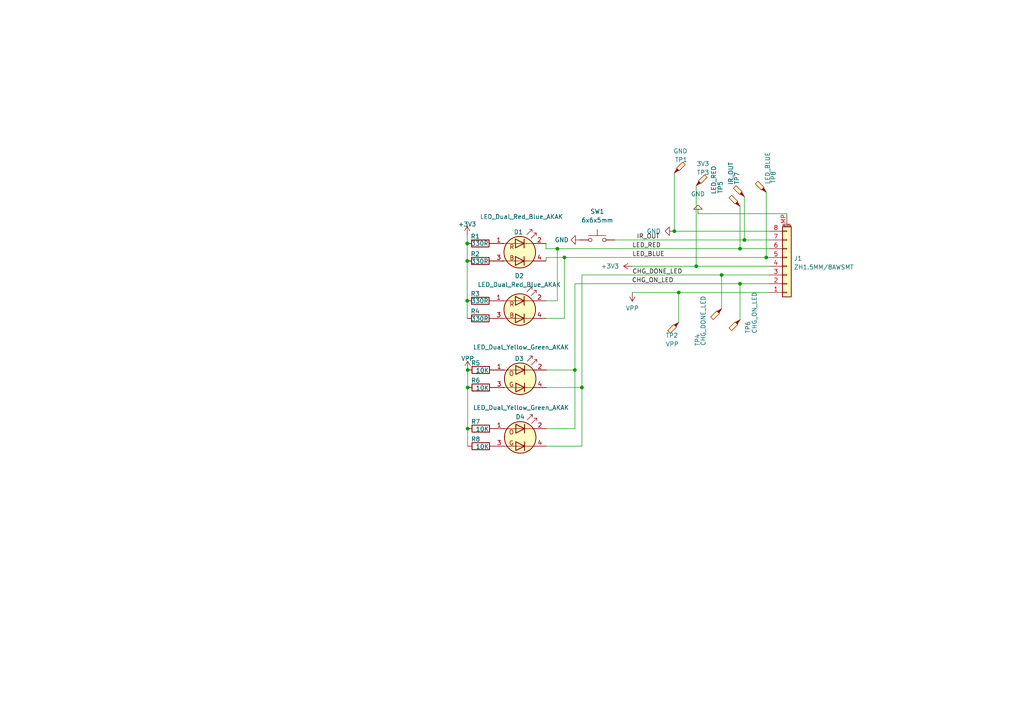
<source format=kicad_sch>
(kicad_sch (version 20230121) (generator eeschema)
  (paper "A4")
  (title_block (title "ECS-01-Switch") (date "2022-09-13") (rev "V0.1") (company "Timye"))
  (lib_symbols
    (symbol "Connector:TestPoint_Probe" (pin_numbers hide) (pin_names (offset 0.762) hide)
      (property "Reference" "TP" (at 1.651 5.842 0))
      (property "Value" "TestPoint_Probe" (at 1.651 4.064 0))
      (symbol "TestPoint_Probe_0_1"
        (polyline (pts (xy 1.27 0.762) (xy 0 0) (xy 0.762 1.27) (xy 1.27 0.762)) (fill (type outline)))
        (polyline (pts (xy 1.397 0.635) (xy 0.635 1.397) (xy 2.413 3.175) (xy 3.175 2.413) (xy 1.397 0.635)) (fill (type background)))
      )
      (symbol "TestPoint_Probe_1_1"
        (pin passive line (at 0 0 90) (length 0) (name "1") (number "1"))
      )
    )
    (symbol "Connector_Generic_MountingPin:Conn_01x08_MountingPin" (pin_names (offset 1.016) hide)
      (property "Reference" "J" (at 0 10.16 0))
      (property "Value" "Conn_01x08_MountingPin" (at 1.27 -12.7 0))
      (symbol "Conn_01x08_MountingPin_1_1"
        (rectangle (start -1.27 -10.033) (end 0 -10.287) (stroke (width 0.1524)))
        (rectangle (start -1.27 -7.493) (end 0 -7.747) (stroke (width 0.1524)))
        (rectangle (start -1.27 -4.953) (end 0 -5.207) (stroke (width 0.1524)))
        (rectangle (start -1.27 -2.413) (end 0 -2.667) (stroke (width 0.1524)))
        (rectangle (start -1.27 0.127) (end 0 -0.127) (stroke (width 0.1524)))
        (rectangle (start -1.27 2.667) (end 0 2.413) (stroke (width 0.1524)))
        (rectangle (start -1.27 5.207) (end 0 4.953) (stroke (width 0.1524)))
        (rectangle (start -1.27 7.747) (end 0 7.493) (stroke (width 0.1524)))
        (rectangle (start -1.27 8.89) (end 1.27 -11.43) (stroke (width 0.254)) (fill (type background)))
        (polyline (pts (xy -1.016 -12.192) (xy 1.016 -12.192)) (stroke (width 0.1524)))
        (text "Mounting" (at 0 -11.811 0) (effects (font (size 0.381 0.381))))
        (pin passive line (at -5.08 7.62 0) (length 3.81) (name "Pin_1") (number "1"))
        (pin passive line (at -5.08 5.08 0) (length 3.81) (name "Pin_2") (number "2"))
        (pin passive line (at -5.08 2.54 0) (length 3.81) (name "Pin_3") (number "3"))
        (pin passive line (at -5.08 0 0) (length 3.81) (name "Pin_4") (number "4"))
        (pin passive line (at -5.08 -2.54 0) (length 3.81) (name "Pin_5") (number "5"))
        (pin passive line (at -5.08 -5.08 0) (length 3.81) (name "Pin_6") (number "6"))
        (pin passive line (at -5.08 -7.62 0) (length 3.81) (name "Pin_7") (number "7"))
        (pin passive line (at -5.08 -10.16 0) (length 3.81) (name "Pin_8") (number "8"))
        (pin passive line (at 0 -15.24 90) (length 3.048) (name "MountPin") (number "MP"))
      )
    )
    (symbol "Device:R" (pin_numbers hide) (pin_names (offset 0))
      (property "Reference" "R" (at 2.032 0 90))
      (property "Value" "R" (at 0 0 90))
      (symbol "R_0_1"
        (rectangle (start -1.016 -2.54) (end 1.016 2.54) (stroke (width 0.254)))
      )
      (symbol "R_1_1"
        (pin passive line (at 0 3.81 270) (length 1.27) (name "~") (number "1"))
        (pin passive line (at 0 -3.81 90) (length 1.27) (name "~") (number "2"))
      )
    )
    (symbol "Ovo_Device:LED_Dual_Orange_Green_AKAK" (pin_names (offset 0) hide)
      (property "Reference" "D3" (at -13.97 -6.35 0))
      (property "Value" "LED_Dual_Orange_Green_AKAK" (at 0 -6.35 0))
      (symbol "LED_Dual_Orange_Green_AKAK_0_0"
        (text "G" (at -2.54 -1.651 0) (effects (font (size 1.27 1.27))))
        (text "O" (at -2.54 1.524 0) (effects (font (size 1.27 1.27))))
      )
      (symbol "LED_Dual_Orange_Green_AKAK_0_1"
        (polyline (pts (xy -5.08 -2.54) (xy 2.032 -2.54)))
        (polyline (pts (xy -5.08 2.54) (xy 2.032 2.54)))
        (polyline (pts (xy 1.27 -1.27) (xy 1.27 -3.81)) (stroke (width 0.254)))
        (polyline (pts (xy 1.27 3.81) (xy 1.27 1.27)) (stroke (width 0.254)))
        (polyline (pts (xy 3.81 -2.54) (xy 1.905 -2.54)))
        (polyline (pts (xy 3.81 2.54) (xy 1.905 2.54)))
        (polyline (pts (xy -1.27 -1.27) (xy -1.27 -3.81) (xy 1.27 -2.54) (xy -1.27 -1.27)) (stroke (width 0.254)))
        (polyline (pts (xy -1.27 3.81) (xy -1.27 1.27) (xy 1.27 2.54) (xy -1.27 3.81)) (stroke (width 0.254)))
        (polyline (pts (xy 2.032 5.08) (xy 3.556 6.604) (xy 2.794 6.604) (xy 3.556 6.604) (xy 3.556 5.842)))
        (polyline (pts (xy 3.302 4.064) (xy 4.826 5.588) (xy 4.064 5.588) (xy 4.826 5.588) (xy 4.826 4.826)))
        (circle (center 0 0) (radius 4.572) (stroke (width 0.254)) (fill (type background)))
      )
      (symbol "LED_Dual_Orange_Green_AKAK_1_1"
        (pin input line (at -7.62 2.54 0) (length 3.048) (name "A1") (number "1"))
        (pin input line (at 7.62 2.54 180) (length 3.81) (name "K1") (number "2"))
        (pin input line (at -7.62 -2.54 0) (length 3.048) (name "A2") (number "3"))
        (pin input line (at 7.62 -2.54 180) (length 3.81) (name "K2") (number "4"))
      )
    )
    (symbol "Ovo_Device:LED_Dual_Red_Blue_AKAK" (pin_names (offset 0) hide)
      (property "Reference" "D2" (at -11.43 -5.08 0))
      (property "Value" "LED_Dual_Red_Blue_AKAK" (at 0 -5.08 0))
      (symbol "LED_Dual_Red_Blue_AKAK_0_0"
        (text "B" (at -2.286 -1.651 0) (effects (font (size 1.27 1.27))))
        (text "R" (at -2.286 1.524 0) (effects (font (size 1.27 1.27))))
      )
      (symbol "LED_Dual_Red_Blue_AKAK_0_1"
        (polyline (pts (xy -5.08 -2.54) (xy 2.032 -2.54)))
        (polyline (pts (xy -5.08 2.54) (xy 2.032 2.54)))
        (polyline (pts (xy 1.27 -1.27) (xy 1.27 -3.81)) (stroke (width 0.254)))
        (polyline (pts (xy 1.27 3.81) (xy 1.27 1.27)) (stroke (width 0.254)))
        (polyline (pts (xy 3.81 -2.54) (xy 1.905 -2.54)))
        (polyline (pts (xy 3.81 2.54) (xy 1.905 2.54)))
        (polyline (pts (xy -1.27 -1.27) (xy -1.27 -3.81) (xy 1.27 -2.54) (xy -1.27 -1.27)) (stroke (width 0.254)))
        (polyline (pts (xy -1.27 3.81) (xy -1.27 1.27) (xy 1.27 2.54) (xy -1.27 3.81)) (stroke (width 0.254)))
        (polyline (pts (xy 2.032 5.08) (xy 3.556 6.604) (xy 2.794 6.604) (xy 3.556 6.604) (xy 3.556 5.842)))
        (polyline (pts (xy 3.302 4.064) (xy 4.826 5.588) (xy 4.064 5.588) (xy 4.826 5.588) (xy 4.826 4.826)))
        (circle (center 0 0) (radius 4.572) (stroke (width 0.254)) (fill (type background)))
      )
      (symbol "LED_Dual_Red_Blue_AKAK_1_1"
        (pin input line (at -7.62 2.54 0) (length 3.048) (name "A1") (number "1"))
        (pin input line (at 7.62 2.54 180) (length 3.81) (name "K1") (number "2"))
        (pin input line (at -7.62 -2.54 0) (length 3.048) (name "A2") (number "3"))
        (pin input line (at 7.62 -2.54 180) (length 3.81) (name "K2") (number "4"))
      )
    )
    (symbol "Switch:SW_Push" (pin_numbers hide) (pin_names (offset 1.016) hide)
      (property "Reference" "SW" (at 1.27 2.54 0))
      (property "Value" "SW_Push" (at 0 -1.524 0))
      (symbol "SW_Push_0_1"
        (circle (center -2.032 0) (radius 0.508))
        (polyline (pts (xy 0 1.27) (xy 0 3.048)))
        (polyline (pts (xy 2.54 1.27) (xy -2.54 1.27)))
        (circle (center 2.032 0) (radius 0.508))
        (pin passive line (at -5.08 0 0) (length 2.54) (name "1") (number "1"))
        (pin passive line (at 5.08 0 180) (length 2.54) (name "2") (number "2"))
      )
    )
    (symbol "power:+3V3" (power) (pin_names (offset 0))
      (property "Value" "+3V3" (at 0 3.556 0))
      (symbol "+3V3_0_1"
        (polyline (pts (xy -0.762 1.27) (xy 0 2.54)))
        (polyline (pts (xy 0 0) (xy 0 2.54)))
        (polyline (pts (xy 0 2.54) (xy 0.762 1.27)))
      )
      (symbol "+3V3_1_1"
        (pin power_in line (at 0 0 90) (length 0) hide (name "+3V3") (number "1"))
      )
    )
    (symbol "power:GND" (power) (pin_names (offset 0))
      (property "Value" "GND" (at 0 -3.81 0))
      (symbol "GND_0_1"
        (polyline (pts (xy 0 0) (xy 0 -1.27) (xy 1.27 -1.27) (xy 0 -2.54) (xy -1.27 -1.27) (xy 0 -1.27)))
      )
      (symbol "GND_1_1"
        (pin power_in line (at 0 0 270) (length 0) hide (name "GND") (number "1"))
      )
    )
    (symbol "power:VPP" (power) (pin_names (offset 0))
      (property "Value" "VPP" (at 0 3.81 0))
      (symbol "VPP_0_1"
        (polyline (pts (xy -0.762 1.27) (xy 0 2.54)))
        (polyline (pts (xy 0 0) (xy 0 2.54)))
        (polyline (pts (xy 0 2.54) (xy 0.762 1.27)))
      )
      (symbol "VPP_1_1"
        (pin power_in line (at 0 0 90) (length 0) hide (name "VPP") (number "1"))
      )
    )
  )
  (junction (at 214.63 82.296))
  (junction (at 215.9 69.596))
  (junction (at 135.509 70.612))
  (junction (at 195.58 67.056))
  (junction (at 135.636 107.315))
  (junction (at 196.85 84.836))
  (junction (at 135.636 124.333))
  (junction (at 135.636 112.395))
  (junction (at 222.25 74.676))
  (junction (at 168.783 112.395))
  (junction (at 209.296 79.756))
  (junction (at 135.509 75.692))
  (junction (at 163.703 74.676))
  (junction (at 135.509 87.249))
  (junction (at 214.63 72.136))
  (junction (at 201.93 77.216))
  (junction (at 161.671 72.136))
  (junction (at 166.751 107.315))
  (wire (pts (xy 166.751 107.315) (xy 166.751 124.333)))
  (wire (pts (xy 215.9 69.596) (xy 223.139 69.596)))
  (wire (pts (xy 214.63 72.136) (xy 223.139 72.136)))
  (wire (pts (xy 209.296 89.535) (xy 209.296 79.756)))
  (wire (pts (xy 201.93 77.216) (xy 223.139 77.216)))
  (wire (pts (xy 168.783 112.395) (xy 158.496 112.395)))
  (wire (pts (xy 195.58 50.165) (xy 195.58 67.056)))
  (wire (pts (xy 178.308 69.596) (xy 215.9 69.596)))
  (wire (pts (xy 135.636 112.395) (xy 135.636 124.333)))
  (wire (pts (xy 161.671 72.136) (xy 161.671 87.249)))
  (wire (pts (xy 195.58 67.056) (xy 195.453 67.056)))
  (wire (pts (xy 135.636 124.333) (xy 135.636 129.413)))
  (wire (pts (xy 166.751 82.296) (xy 214.63 82.296)))
  (wire (pts (xy 168.783 112.395) (xy 168.783 129.413)))
  (wire (pts (xy 135.636 107.315) (xy 135.636 112.395)))
  (wire (pts (xy 158.369 72.136) (xy 161.671 72.136)))
  (wire (pts (xy 158.496 107.315) (xy 166.751 107.315)))
  (wire (pts (xy 183.388 84.836) (xy 196.85 84.836)))
  (wire (pts (xy 161.671 72.136) (xy 214.63 72.136)))
  (wire (pts (xy 223.139 74.676) (xy 222.25 74.676)))
  (wire (pts (xy 183.388 77.216) (xy 201.93 77.216)))
  (wire (pts (xy 163.703 92.329) (xy 158.369 92.329)))
  (wire (pts (xy 135.509 87.249) (xy 135.509 92.329)))
  (wire (pts (xy 158.369 70.612) (xy 158.369 72.136)))
  (wire (pts (xy 222.25 55.753) (xy 222.25 74.676)))
  (wire (pts (xy 228.219 61.976) (xy 202.438 61.976)))
  (wire (pts (xy 215.9 57.023) (xy 215.9 69.596)))
  (wire (pts (xy 163.703 74.676) (xy 158.369 74.676)))
  (wire (pts (xy 135.509 68.199) (xy 135.509 70.612)))
  (wire (pts (xy 196.85 84.836) (xy 223.139 84.836)))
  (wire (pts (xy 168.783 79.756) (xy 209.296 79.756)))
  (wire (pts (xy 223.139 67.056) (xy 195.58 67.056)))
  (wire (pts (xy 158.369 74.676) (xy 158.369 75.692)))
  (wire (pts (xy 158.496 124.333) (xy 166.751 124.333)))
  (wire (pts (xy 214.63 92.71) (xy 214.63 82.296)))
  (wire (pts (xy 135.509 70.612) (xy 135.509 75.692)))
  (wire (pts (xy 168.783 79.756) (xy 168.783 112.395)))
  (wire (pts (xy 196.85 93.472) (xy 196.85 84.836)))
  (wire (pts (xy 166.751 82.296) (xy 166.751 107.315)))
  (wire (pts (xy 168.783 129.413) (xy 158.496 129.413)))
  (wire (pts (xy 158.369 87.249) (xy 161.671 87.249)))
  (wire (pts (xy 214.63 82.296) (xy 223.139 82.296)))
  (wire (pts (xy 201.93 53.848) (xy 201.93 77.216)))
  (wire (pts (xy 214.63 59.817) (xy 214.63 72.136)))
  (wire (pts (xy 163.703 74.676) (xy 163.703 92.329)))
  (wire (pts (xy 222.25 74.676) (xy 163.703 74.676)))
  (wire (pts (xy 135.509 75.692) (xy 135.509 87.249)))
  (wire (pts (xy 209.296 79.756) (xy 223.139 79.756)))
  (label "IR_OUT" (at 184.658 69.596 0))
  (label "LED_BLUE" (at 183.388 74.676 0))
  (label "CHG_DONE_LED" (at 183.388 79.756 0))
  (label "CHG_ON_LED" (at 183.261 82.296 0))
  (label "LED_RED" (at 183.388 72.136 0))
  (symbol (lib_id "Connector:TestPoint_Probe") (at 214.63 59.817 90) (unit 1)
    (property "Reference" "TP5" (at 208.915 54.356 0))
    (property "Value" "LED_RED" (at 207.01 52.197 0))
    (property "Footprint" "TestPoint:TestPoint_Pad_D1.0mm" (effects hide))
  )
  (symbol (lib_id "Connector:TestPoint_Probe") (at 195.58 50.165 0) (unit 1)
    (property "Reference" "TP1" (at 199.39 46.355 0) (effects (justify right)))
    (property "Value" "GND" (at 199.39 43.815 0) (effects (justify right)))
    (property "Footprint" "TestPoint:TestPoint_Pad_D1.0mm" (effects hide))
  )
  (symbol (lib_id "Connector:TestPoint_Probe") (at 215.9 57.023 90) (unit 1)
    (property "Reference" "TP7" (at 213.741 51.689 0))
    (property "Value" "IR_OUT" (at 211.963 50.292 0))
    (property "Footprint" "TestPoint:TestPoint_Pad_D1.0mm" (effects hide))
  )
  (symbol (lib_id "Connector:TestPoint_Probe") (at 214.63 92.71 180) (unit 1)
    (property "Reference" "TP6" (at 216.916 96.774 90) (effects (justify right)))
    (property "Value" "CHG_ON_LED" (at 218.821 96.774 90) (effects (justify right)))
    (property "Footprint" "TestPoint:TestPoint_Pad_D1.0mm" (effects hide))
  )
  (symbol (lib_id "power:GND") (at 168.148 69.596 270) (unit 1)
    (property "Reference" "#PWR03" (effects hide))
    (property "Value" "GND" (at 164.973 69.5959 90) (effects (justify right)))
  )
  (symbol (lib_id "power:GND") (at 202.438 61.976 180) (unit 1)
    (property "Reference" "#PWR07" (effects hide))
    (property "Value" "GND" (at 202.438 56.261 0))
  )
  (symbol (lib_id "Ovo_Device:LED_Dual_Red_Blue_AKAK") (at 150.749 89.789 0) (unit 1)
    (property "Reference" "D2" (at 150.622 80.01 0))
    (property "Value" "LED_Dual_Red_Blue_AKAK" (at 150.622 82.55 0))
    (property "Footprint" "Ovo_LED_SMD:LED_Dual_1.6x1.5mm" (effects hide))
  )
  (symbol (lib_id "Device:R") (at 139.446 129.413 270) (unit 1)
    (property "Reference" "R8" (at 139.319 127.381 90) (effects (justify right)))
    (property "Value" "10K" (at 141.859 129.54 90) (effects (justify right)))
    (property "Footprint" "Resistor_SMD:R_0603_1608Metric" (effects hide))
  )
  (symbol (lib_id "Connector:TestPoint_Probe") (at 209.296 89.535 180) (unit 1)
    (property "Reference" "TP4" (at 202.311 100.457 90) (effects (justify right)))
    (property "Value" "CHG_DONE_LED" (at 203.962 100.33 90) (effects (justify right)))
    (property "Footprint" "TestPoint:TestPoint_Pad_D1.0mm" (effects hide))
  )
  (symbol (lib_id "Connector_Generic_MountingPin:Conn_01x08_MountingPin") (at 228.219 77.216 0) (mirror x) (unit 1)
    (property "Reference" "J1" (at 230.251 74.9554 0) (effects (justify left)))
    (property "Value" "ZH1.5MM/8AWSMT" (at 230.251 77.4954 0) (effects (justify left)))
    (property "Footprint" "Ovo_Connector_JST:JST_ZH_S8B-ZR-SM4-TF_1x08-1MP_P1.50mm_Horizontal" (effects hide))
  )
  (symbol (lib_id "Device:R") (at 139.319 75.692 270) (unit 1)
    (property "Reference" "R2" (at 139.192 73.66 90) (effects (justify right)))
    (property "Value" "330R" (at 141.732 75.819 90) (effects (justify right)))
    (property "Footprint" "Resistor_SMD:R_0603_1608Metric" (effects hide))
  )
  (symbol (lib_id "power:VPP") (at 135.636 107.315 0) (unit 1)
    (property "Reference" "#PWR02" (effects hide))
    (property "Value" "VPP" (at 135.636 104.013 0))
  )
  (symbol (lib_id "power:+3V3") (at 183.388 77.216 90) (unit 1)
    (property "Reference" "#PWR04" (effects hide))
    (property "Value" "+3V3" (at 179.578 77.2159 90) (effects (justify left)))
  )
  (symbol (lib_id "Switch:SW_Push") (at 173.228 69.596 0) (unit 1)
    (property "Reference" "SW1" (at 173.228 61.341 0))
    (property "Value" "6x6x5mm" (at 173.228 63.881 0))
    (property "Footprint" "Ovo_Button_Switch_SMD:SW_Push_1P1T_NO_6x6mm_H5.0mm" (effects hide))
  )
  (symbol (lib_id "power:VPP") (at 183.388 84.836 180) (unit 1)
    (property "Reference" "#PWR05" (effects hide))
    (property "Value" "VPP" (at 183.388 89.408 0))
  )
  (symbol (lib_id "Ovo_Device:LED_Dual_Orange_Green_AKAK") (at 150.876 126.873 0) (unit 1)
    (property "Reference" "D4" (at 150.876 120.904 0))
    (property "Value" "LED_Dual_Yellow_Green_AKAK" (at 151.13 118.237 0))
    (property "Footprint" "Ovo_LED_SMD:LED_Dual_1.6x1.5mm" (effects hide))
  )
  (symbol (lib_id "power:+3V3") (at 135.509 68.199 0) (unit 1)
    (property "Reference" "#PWR01" (effects hide))
    (property "Value" "+3V3" (at 135.509 65.024 0))
  )
  (symbol (lib_id "power:GND") (at 195.453 67.056 270) (unit 1)
    (property "Reference" "#PWR06" (effects hide))
    (property "Value" "GND" (at 191.643 67.0559 90) (effects (justify right)))
  )
  (symbol (lib_id "Ovo_Device:LED_Dual_Orange_Green_AKAK") (at 150.876 109.855 0) (unit 1)
    (property "Reference" "D3" (at 150.622 104.013 0))
    (property "Value" "LED_Dual_Yellow_Green_AKAK" (at 151.13 100.711 0))
    (property "Footprint" "Ovo_LED_SMD:LED_Dual_1.6x1.5mm" (effects hide))
  )
  (symbol (lib_id "Device:R") (at 139.319 70.612 270) (unit 1)
    (property "Reference" "R1" (at 139.192 68.58 90) (effects (justify right)))
    (property "Value" "330R" (at 141.732 70.612 90) (effects (justify right)))
    (property "Footprint" "Resistor_SMD:R_0603_1608Metric" (effects hide))
  )
  (symbol (lib_id "Device:R") (at 139.446 107.315 270) (unit 1)
    (property "Reference" "R5" (at 139.319 105.283 90) (effects (justify right)))
    (property "Value" "10K" (at 141.859 107.442 90) (effects (justify right)))
    (property "Footprint" "Resistor_SMD:R_0603_1608Metric" (effects hide))
  )
  (symbol (lib_id "Ovo_Device:LED_Dual_Red_Blue_AKAK") (at 150.749 73.152 0) (unit 1)
    (property "Reference" "D1" (at 150.368 67.31 0))
    (property "Value" "LED_Dual_Red_Blue_AKAK" (at 151.257 62.865 0))
    (property "Footprint" "Ovo_LED_SMD:LED_Dual_1.6x1.5mm" (effects hide))
  )
  (symbol (lib_id "Device:R") (at 139.319 92.329 270) (unit 1)
    (property "Reference" "R4" (at 139.192 90.297 90) (effects (justify right)))
    (property "Value" "330R" (at 141.732 92.456 90) (effects (justify right)))
    (property "Footprint" "Resistor_SMD:R_0603_1608Metric" (effects hide))
  )
  (symbol (lib_id "Device:R") (at 139.319 87.249 270) (unit 1)
    (property "Reference" "R3" (at 139.192 85.217 90) (effects (justify right)))
    (property "Value" "330R" (at 141.732 87.249 90) (effects (justify right)))
    (property "Footprint" "Resistor_SMD:R_0603_1608Metric" (effects hide))
  )
  (symbol (lib_id "Device:R") (at 139.446 124.333 270) (unit 1)
    (property "Reference" "R7" (at 139.319 122.301 90) (effects (justify right)))
    (property "Value" "10K" (at 141.859 124.46 90) (effects (justify right)))
    (property "Footprint" "Resistor_SMD:R_0603_1608Metric" (effects hide))
  )
  (symbol (lib_id "Connector:TestPoint_Probe") (at 222.25 55.753 90) (unit 1)
    (property "Reference" "TP8" (at 224.282 51.435 0))
    (property "Value" "LED_BLUE" (at 222.631 48.768 0))
    (property "Footprint" "TestPoint:TestPoint_Pad_D1.0mm" (effects hide))
  )
  (symbol (lib_id "Connector:TestPoint_Probe") (at 201.93 53.848 0) (unit 1)
    (property "Reference" "TP3" (at 205.74 50.038 0) (effects (justify right)))
    (property "Value" "3V3" (at 205.74 47.498 0) (effects (justify right)))
    (property "Footprint" "TestPoint:TestPoint_Pad_D1.0mm" (effects hide))
  )
  (symbol (lib_id "Connector:TestPoint_Probe") (at 196.85 93.472 180) (unit 1)
    (property "Reference" "TP2" (at 193.04 97.282 0) (effects (justify right)))
    (property "Value" "VPP" (at 193.04 99.822 0) (effects (justify right)))
    (property "Footprint" "TestPoint:TestPoint_Pad_D1.0mm" (effects hide))
  )
  (symbol (lib_id "Device:R") (at 139.446 112.395 270) (unit 1)
    (property "Reference" "R6" (at 139.319 110.363 90) (effects (justify right)))
    (property "Value" "10K" (at 141.859 112.522 90) (effects (justify right)))
    (property "Footprint" "Resistor_SMD:R_0603_1608Metric" (effects hide))
  )
)
</source>
